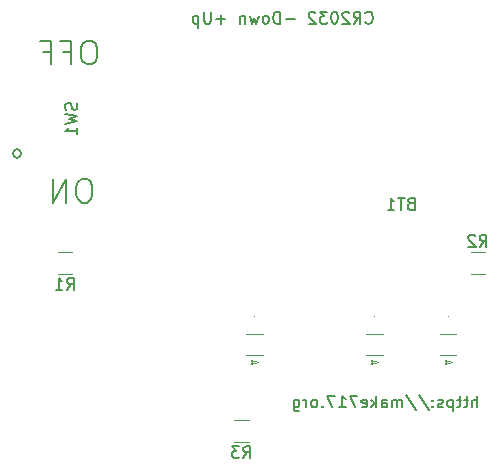
<source format=gbr>
G04 #@! TF.GenerationSoftware,KiCad,Pcbnew,(5.1.5)-3*
G04 #@! TF.CreationDate,2020-02-02T01:24:49-05:00*
G04 #@! TF.ProjectId,Make717-PCBWay,4d616b65-3731-4372-9d50-43425761792e,rev?*
G04 #@! TF.SameCoordinates,Original*
G04 #@! TF.FileFunction,Legend,Bot*
G04 #@! TF.FilePolarity,Positive*
%FSLAX46Y46*%
G04 Gerber Fmt 4.6, Leading zero omitted, Abs format (unit mm)*
G04 Created by KiCad (PCBNEW (5.1.5)-3) date 2020-02-02 01:24:49*
%MOMM*%
%LPD*%
G04 APERTURE LIST*
%ADD10C,0.150000*%
%ADD11C,0.120000*%
%ADD12C,0.100000*%
G04 APERTURE END LIST*
D10*
X148450000Y-79457142D02*
X148497619Y-79504761D01*
X148640476Y-79552380D01*
X148735714Y-79552380D01*
X148878571Y-79504761D01*
X148973809Y-79409523D01*
X149021428Y-79314285D01*
X149069047Y-79123809D01*
X149069047Y-78980952D01*
X149021428Y-78790476D01*
X148973809Y-78695238D01*
X148878571Y-78600000D01*
X148735714Y-78552380D01*
X148640476Y-78552380D01*
X148497619Y-78600000D01*
X148450000Y-78647619D01*
X147450000Y-79552380D02*
X147783333Y-79076190D01*
X148021428Y-79552380D02*
X148021428Y-78552380D01*
X147640476Y-78552380D01*
X147545238Y-78600000D01*
X147497619Y-78647619D01*
X147450000Y-78742857D01*
X147450000Y-78885714D01*
X147497619Y-78980952D01*
X147545238Y-79028571D01*
X147640476Y-79076190D01*
X148021428Y-79076190D01*
X147069047Y-78647619D02*
X147021428Y-78600000D01*
X146926190Y-78552380D01*
X146688095Y-78552380D01*
X146592857Y-78600000D01*
X146545238Y-78647619D01*
X146497619Y-78742857D01*
X146497619Y-78838095D01*
X146545238Y-78980952D01*
X147116666Y-79552380D01*
X146497619Y-79552380D01*
X145878571Y-78552380D02*
X145783333Y-78552380D01*
X145688095Y-78600000D01*
X145640476Y-78647619D01*
X145592857Y-78742857D01*
X145545238Y-78933333D01*
X145545238Y-79171428D01*
X145592857Y-79361904D01*
X145640476Y-79457142D01*
X145688095Y-79504761D01*
X145783333Y-79552380D01*
X145878571Y-79552380D01*
X145973809Y-79504761D01*
X146021428Y-79457142D01*
X146069047Y-79361904D01*
X146116666Y-79171428D01*
X146116666Y-78933333D01*
X146069047Y-78742857D01*
X146021428Y-78647619D01*
X145973809Y-78600000D01*
X145878571Y-78552380D01*
X145211904Y-78552380D02*
X144592857Y-78552380D01*
X144926190Y-78933333D01*
X144783333Y-78933333D01*
X144688095Y-78980952D01*
X144640476Y-79028571D01*
X144592857Y-79123809D01*
X144592857Y-79361904D01*
X144640476Y-79457142D01*
X144688095Y-79504761D01*
X144783333Y-79552380D01*
X145069047Y-79552380D01*
X145164285Y-79504761D01*
X145211904Y-79457142D01*
X144211904Y-78647619D02*
X144164285Y-78600000D01*
X144069047Y-78552380D01*
X143830952Y-78552380D01*
X143735714Y-78600000D01*
X143688095Y-78647619D01*
X143640476Y-78742857D01*
X143640476Y-78838095D01*
X143688095Y-78980952D01*
X144259523Y-79552380D01*
X143640476Y-79552380D01*
X142450000Y-79171428D02*
X141688095Y-79171428D01*
X141211904Y-79552380D02*
X141211904Y-78552380D01*
X140973809Y-78552380D01*
X140830952Y-78600000D01*
X140735714Y-78695238D01*
X140688095Y-78790476D01*
X140640476Y-78980952D01*
X140640476Y-79123809D01*
X140688095Y-79314285D01*
X140735714Y-79409523D01*
X140830952Y-79504761D01*
X140973809Y-79552380D01*
X141211904Y-79552380D01*
X140069047Y-79552380D02*
X140164285Y-79504761D01*
X140211904Y-79457142D01*
X140259523Y-79361904D01*
X140259523Y-79076190D01*
X140211904Y-78980952D01*
X140164285Y-78933333D01*
X140069047Y-78885714D01*
X139926190Y-78885714D01*
X139830952Y-78933333D01*
X139783333Y-78980952D01*
X139735714Y-79076190D01*
X139735714Y-79361904D01*
X139783333Y-79457142D01*
X139830952Y-79504761D01*
X139926190Y-79552380D01*
X140069047Y-79552380D01*
X139402380Y-78885714D02*
X139211904Y-79552380D01*
X139021428Y-79076190D01*
X138830952Y-79552380D01*
X138640476Y-78885714D01*
X138259523Y-78885714D02*
X138259523Y-79552380D01*
X138259523Y-78980952D02*
X138211904Y-78933333D01*
X138116666Y-78885714D01*
X137973809Y-78885714D01*
X137878571Y-78933333D01*
X137830952Y-79028571D01*
X137830952Y-79552380D01*
X136592857Y-79171428D02*
X135830952Y-79171428D01*
X136211904Y-79552380D02*
X136211904Y-78790476D01*
X135354761Y-78552380D02*
X135354761Y-79361904D01*
X135307142Y-79457142D01*
X135259523Y-79504761D01*
X135164285Y-79552380D01*
X134973809Y-79552380D01*
X134878571Y-79504761D01*
X134830952Y-79457142D01*
X134783333Y-79361904D01*
X134783333Y-78552380D01*
X134307142Y-78885714D02*
X134307142Y-79885714D01*
X134307142Y-78933333D02*
X134211904Y-78885714D01*
X134021428Y-78885714D01*
X133926190Y-78933333D01*
X133878571Y-78980952D01*
X133830952Y-79076190D01*
X133830952Y-79361904D01*
X133878571Y-79457142D01*
X133926190Y-79504761D01*
X134021428Y-79552380D01*
X134211904Y-79552380D01*
X134307142Y-79504761D01*
X125254761Y-81004761D02*
X124873809Y-81004761D01*
X124683333Y-81100000D01*
X124492857Y-81290476D01*
X124397619Y-81671428D01*
X124397619Y-82338095D01*
X124492857Y-82719047D01*
X124683333Y-82909523D01*
X124873809Y-83004761D01*
X125254761Y-83004761D01*
X125445238Y-82909523D01*
X125635714Y-82719047D01*
X125730952Y-82338095D01*
X125730952Y-81671428D01*
X125635714Y-81290476D01*
X125445238Y-81100000D01*
X125254761Y-81004761D01*
X122873809Y-81957142D02*
X123540476Y-81957142D01*
X123540476Y-83004761D02*
X123540476Y-81004761D01*
X122588095Y-81004761D01*
X121159523Y-81957142D02*
X121826190Y-81957142D01*
X121826190Y-83004761D02*
X121826190Y-81004761D01*
X120873809Y-81004761D01*
X124838095Y-92704761D02*
X124457142Y-92704761D01*
X124266666Y-92800000D01*
X124076190Y-92990476D01*
X123980952Y-93371428D01*
X123980952Y-94038095D01*
X124076190Y-94419047D01*
X124266666Y-94609523D01*
X124457142Y-94704761D01*
X124838095Y-94704761D01*
X125028571Y-94609523D01*
X125219047Y-94419047D01*
X125314285Y-94038095D01*
X125314285Y-93371428D01*
X125219047Y-92990476D01*
X125028571Y-92800000D01*
X124838095Y-92704761D01*
X123123809Y-94704761D02*
X123123809Y-92704761D01*
X121980952Y-94704761D01*
X121980952Y-92704761D01*
X157911904Y-112052380D02*
X157911904Y-111052380D01*
X157483333Y-112052380D02*
X157483333Y-111528571D01*
X157530952Y-111433333D01*
X157626190Y-111385714D01*
X157769047Y-111385714D01*
X157864285Y-111433333D01*
X157911904Y-111480952D01*
X157150000Y-111385714D02*
X156769047Y-111385714D01*
X157007142Y-111052380D02*
X157007142Y-111909523D01*
X156959523Y-112004761D01*
X156864285Y-112052380D01*
X156769047Y-112052380D01*
X156578571Y-111385714D02*
X156197619Y-111385714D01*
X156435714Y-111052380D02*
X156435714Y-111909523D01*
X156388095Y-112004761D01*
X156292857Y-112052380D01*
X156197619Y-112052380D01*
X155864285Y-111385714D02*
X155864285Y-112385714D01*
X155864285Y-111433333D02*
X155769047Y-111385714D01*
X155578571Y-111385714D01*
X155483333Y-111433333D01*
X155435714Y-111480952D01*
X155388095Y-111576190D01*
X155388095Y-111861904D01*
X155435714Y-111957142D01*
X155483333Y-112004761D01*
X155578571Y-112052380D01*
X155769047Y-112052380D01*
X155864285Y-112004761D01*
X155007142Y-112004761D02*
X154911904Y-112052380D01*
X154721428Y-112052380D01*
X154626190Y-112004761D01*
X154578571Y-111909523D01*
X154578571Y-111861904D01*
X154626190Y-111766666D01*
X154721428Y-111719047D01*
X154864285Y-111719047D01*
X154959523Y-111671428D01*
X155007142Y-111576190D01*
X155007142Y-111528571D01*
X154959523Y-111433333D01*
X154864285Y-111385714D01*
X154721428Y-111385714D01*
X154626190Y-111433333D01*
X154150000Y-111957142D02*
X154102380Y-112004761D01*
X154150000Y-112052380D01*
X154197619Y-112004761D01*
X154150000Y-111957142D01*
X154150000Y-112052380D01*
X154150000Y-111433333D02*
X154102380Y-111480952D01*
X154150000Y-111528571D01*
X154197619Y-111480952D01*
X154150000Y-111433333D01*
X154150000Y-111528571D01*
X152959523Y-111004761D02*
X153816666Y-112290476D01*
X151911904Y-111004761D02*
X152769047Y-112290476D01*
X151578571Y-112052380D02*
X151578571Y-111385714D01*
X151578571Y-111480952D02*
X151530952Y-111433333D01*
X151435714Y-111385714D01*
X151292857Y-111385714D01*
X151197619Y-111433333D01*
X151150000Y-111528571D01*
X151150000Y-112052380D01*
X151150000Y-111528571D02*
X151102380Y-111433333D01*
X151007142Y-111385714D01*
X150864285Y-111385714D01*
X150769047Y-111433333D01*
X150721428Y-111528571D01*
X150721428Y-112052380D01*
X149816666Y-112052380D02*
X149816666Y-111528571D01*
X149864285Y-111433333D01*
X149959523Y-111385714D01*
X150150000Y-111385714D01*
X150245238Y-111433333D01*
X149816666Y-112004761D02*
X149911904Y-112052380D01*
X150150000Y-112052380D01*
X150245238Y-112004761D01*
X150292857Y-111909523D01*
X150292857Y-111814285D01*
X150245238Y-111719047D01*
X150150000Y-111671428D01*
X149911904Y-111671428D01*
X149816666Y-111623809D01*
X149340476Y-112052380D02*
X149340476Y-111052380D01*
X149245238Y-111671428D02*
X148959523Y-112052380D01*
X148959523Y-111385714D02*
X149340476Y-111766666D01*
X148150000Y-112004761D02*
X148245238Y-112052380D01*
X148435714Y-112052380D01*
X148530952Y-112004761D01*
X148578571Y-111909523D01*
X148578571Y-111528571D01*
X148530952Y-111433333D01*
X148435714Y-111385714D01*
X148245238Y-111385714D01*
X148150000Y-111433333D01*
X148102380Y-111528571D01*
X148102380Y-111623809D01*
X148578571Y-111719047D01*
X147769047Y-111052380D02*
X147102380Y-111052380D01*
X147530952Y-112052380D01*
X146197619Y-112052380D02*
X146769047Y-112052380D01*
X146483333Y-112052380D02*
X146483333Y-111052380D01*
X146578571Y-111195238D01*
X146673809Y-111290476D01*
X146769047Y-111338095D01*
X145864285Y-111052380D02*
X145197619Y-111052380D01*
X145626190Y-112052380D01*
X144816666Y-111957142D02*
X144769047Y-112004761D01*
X144816666Y-112052380D01*
X144864285Y-112004761D01*
X144816666Y-111957142D01*
X144816666Y-112052380D01*
X144197619Y-112052380D02*
X144292857Y-112004761D01*
X144340476Y-111957142D01*
X144388095Y-111861904D01*
X144388095Y-111576190D01*
X144340476Y-111480952D01*
X144292857Y-111433333D01*
X144197619Y-111385714D01*
X144054761Y-111385714D01*
X143959523Y-111433333D01*
X143911904Y-111480952D01*
X143864285Y-111576190D01*
X143864285Y-111861904D01*
X143911904Y-111957142D01*
X143959523Y-112004761D01*
X144054761Y-112052380D01*
X144197619Y-112052380D01*
X143435714Y-112052380D02*
X143435714Y-111385714D01*
X143435714Y-111576190D02*
X143388095Y-111480952D01*
X143340476Y-111433333D01*
X143245238Y-111385714D01*
X143150000Y-111385714D01*
X142388095Y-111385714D02*
X142388095Y-112195238D01*
X142435714Y-112290476D01*
X142483333Y-112338095D01*
X142578571Y-112385714D01*
X142721428Y-112385714D01*
X142816666Y-112338095D01*
X142388095Y-112004761D02*
X142483333Y-112052380D01*
X142673809Y-112052380D01*
X142769047Y-112004761D01*
X142816666Y-111957142D01*
X142864285Y-111861904D01*
X142864285Y-111576190D01*
X142816666Y-111480952D01*
X142769047Y-111433333D01*
X142673809Y-111385714D01*
X142483333Y-111385714D01*
X142388095Y-111433333D01*
D11*
X137347936Y-113140000D02*
X138552064Y-113140000D01*
X137347936Y-114960000D02*
X138552064Y-114960000D01*
X149900000Y-105800000D02*
X148500000Y-105800000D01*
X149900000Y-107600000D02*
X148500000Y-107600000D01*
X149500000Y-108200000D02*
X148900000Y-108000000D01*
X149500000Y-108200000D02*
X148900000Y-108400000D01*
X149000000Y-108200000D02*
X148900000Y-108400000D01*
X148900000Y-108000000D02*
X149000000Y-108200000D01*
X156150000Y-105800000D02*
X154750000Y-105800000D01*
X156150000Y-107600000D02*
X154750000Y-107600000D01*
X155750000Y-108200000D02*
X155150000Y-108000000D01*
X155750000Y-108200000D02*
X155150000Y-108400000D01*
X155250000Y-108200000D02*
X155150000Y-108400000D01*
X155150000Y-108000000D02*
X155250000Y-108200000D01*
X139750000Y-105800000D02*
X138350000Y-105800000D01*
X139750000Y-107600000D02*
X138350000Y-107600000D01*
X139350000Y-108200000D02*
X138750000Y-108000000D01*
X139350000Y-108200000D02*
X138750000Y-108400000D01*
X138850000Y-108200000D02*
X138750000Y-108400000D01*
X138750000Y-108000000D02*
X138850000Y-108200000D01*
X158552064Y-100710000D02*
X157347936Y-100710000D01*
X158552064Y-98890000D02*
X157347936Y-98890000D01*
X122410436Y-98890000D02*
X123614564Y-98890000D01*
X122410436Y-100710000D02*
X123614564Y-100710000D01*
D10*
X119309210Y-90550000D02*
G75*
G03X119309210Y-90550000I-359210J0D01*
G01*
X138116666Y-116322380D02*
X138450000Y-115846190D01*
X138688095Y-116322380D02*
X138688095Y-115322380D01*
X138307142Y-115322380D01*
X138211904Y-115370000D01*
X138164285Y-115417619D01*
X138116666Y-115512857D01*
X138116666Y-115655714D01*
X138164285Y-115750952D01*
X138211904Y-115798571D01*
X138307142Y-115846190D01*
X138688095Y-115846190D01*
X137783333Y-115322380D02*
X137164285Y-115322380D01*
X137497619Y-115703333D01*
X137354761Y-115703333D01*
X137259523Y-115750952D01*
X137211904Y-115798571D01*
X137164285Y-115893809D01*
X137164285Y-116131904D01*
X137211904Y-116227142D01*
X137259523Y-116274761D01*
X137354761Y-116322380D01*
X137640476Y-116322380D01*
X137735714Y-116274761D01*
X137783333Y-116227142D01*
D12*
X149200000Y-104319238D02*
X149200000Y-104319238D01*
X149200000Y-104319238D01*
X149200000Y-104319238D01*
X149200000Y-104319238D01*
X149200000Y-104319238D01*
X149200000Y-104319238D01*
X149200000Y-104319238D01*
X149200000Y-104319238D01*
X149200000Y-104319238D01*
X149200000Y-104319238D01*
X149200000Y-104319238D01*
X149200000Y-104319238D01*
X149200000Y-104319238D02*
X149200000Y-104319238D01*
X149200000Y-104319238D01*
X149200000Y-104319238D01*
X149200000Y-104319238D01*
X149200000Y-104319238D01*
X149200000Y-104319238D01*
X149200000Y-104319238D01*
X149200000Y-104319238D01*
X149200000Y-104319238D01*
X149200000Y-104319238D01*
X149200000Y-104319238D01*
X149200000Y-104319238D01*
X149200000Y-104319238D01*
D10*
D12*
X155450000Y-104319238D02*
X155450000Y-104319238D01*
X155450000Y-104319238D01*
X155450000Y-104319238D01*
X155450000Y-104319238D01*
X155450000Y-104319238D01*
X155450000Y-104319238D01*
X155450000Y-104319238D01*
X155450000Y-104319238D01*
X155450000Y-104319238D01*
X155450000Y-104319238D01*
X155450000Y-104319238D01*
X155450000Y-104319238D01*
X155450000Y-104319238D02*
X155450000Y-104319238D01*
X155450000Y-104319238D01*
X155450000Y-104319238D01*
X155450000Y-104319238D01*
X155450000Y-104319238D01*
X155450000Y-104319238D01*
X155450000Y-104319238D01*
X155450000Y-104319238D01*
X155450000Y-104319238D01*
X155450000Y-104319238D01*
D10*
D12*
X139050000Y-104319238D02*
X139050000Y-104319238D01*
X139050000Y-104319238D01*
X139050000Y-104319238D01*
X139050000Y-104319238D01*
X139050000Y-104319238D01*
X139050000Y-104319238D01*
X139050000Y-104319238D01*
X139050000Y-104319238D01*
X139050000Y-104319238D01*
X139050000Y-104319238D01*
X139050000Y-104319238D01*
X139050000Y-104319238D01*
X139050000Y-104319238D02*
X139050000Y-104319238D01*
X139050000Y-104319238D02*
X139050000Y-104319238D01*
X139050000Y-104319238D01*
X139050000Y-104319238D01*
X139050000Y-104319238D01*
D10*
X152285714Y-94778571D02*
X152142857Y-94826190D01*
X152095238Y-94873809D01*
X152047619Y-94969047D01*
X152047619Y-95111904D01*
X152095238Y-95207142D01*
X152142857Y-95254761D01*
X152238095Y-95302380D01*
X152619047Y-95302380D01*
X152619047Y-94302380D01*
X152285714Y-94302380D01*
X152190476Y-94350000D01*
X152142857Y-94397619D01*
X152095238Y-94492857D01*
X152095238Y-94588095D01*
X152142857Y-94683333D01*
X152190476Y-94730952D01*
X152285714Y-94778571D01*
X152619047Y-94778571D01*
X151761904Y-94302380D02*
X151190476Y-94302380D01*
X151476190Y-95302380D02*
X151476190Y-94302380D01*
X150333333Y-95302380D02*
X150904761Y-95302380D01*
X150619047Y-95302380D02*
X150619047Y-94302380D01*
X150714285Y-94445238D01*
X150809523Y-94540476D01*
X150904761Y-94588095D01*
X158116666Y-98432380D02*
X158450000Y-97956190D01*
X158688095Y-98432380D02*
X158688095Y-97432380D01*
X158307142Y-97432380D01*
X158211904Y-97480000D01*
X158164285Y-97527619D01*
X158116666Y-97622857D01*
X158116666Y-97765714D01*
X158164285Y-97860952D01*
X158211904Y-97908571D01*
X158307142Y-97956190D01*
X158688095Y-97956190D01*
X157735714Y-97527619D02*
X157688095Y-97480000D01*
X157592857Y-97432380D01*
X157354761Y-97432380D01*
X157259523Y-97480000D01*
X157211904Y-97527619D01*
X157164285Y-97622857D01*
X157164285Y-97718095D01*
X157211904Y-97860952D01*
X157783333Y-98432380D01*
X157164285Y-98432380D01*
X123179166Y-102072380D02*
X123512500Y-101596190D01*
X123750595Y-102072380D02*
X123750595Y-101072380D01*
X123369642Y-101072380D01*
X123274404Y-101120000D01*
X123226785Y-101167619D01*
X123179166Y-101262857D01*
X123179166Y-101405714D01*
X123226785Y-101500952D01*
X123274404Y-101548571D01*
X123369642Y-101596190D01*
X123750595Y-101596190D01*
X122226785Y-102072380D02*
X122798214Y-102072380D01*
X122512500Y-102072380D02*
X122512500Y-101072380D01*
X122607738Y-101215238D01*
X122702976Y-101310476D01*
X122798214Y-101358095D01*
X124004761Y-86266666D02*
X124052380Y-86409523D01*
X124052380Y-86647619D01*
X124004761Y-86742857D01*
X123957142Y-86790476D01*
X123861904Y-86838095D01*
X123766666Y-86838095D01*
X123671428Y-86790476D01*
X123623809Y-86742857D01*
X123576190Y-86647619D01*
X123528571Y-86457142D01*
X123480952Y-86361904D01*
X123433333Y-86314285D01*
X123338095Y-86266666D01*
X123242857Y-86266666D01*
X123147619Y-86314285D01*
X123100000Y-86361904D01*
X123052380Y-86457142D01*
X123052380Y-86695238D01*
X123100000Y-86838095D01*
X123052380Y-87171428D02*
X124052380Y-87409523D01*
X123338095Y-87600000D01*
X124052380Y-87790476D01*
X123052380Y-88028571D01*
X124052380Y-88933333D02*
X124052380Y-88361904D01*
X124052380Y-88647619D02*
X123052380Y-88647619D01*
X123195238Y-88552380D01*
X123290476Y-88457142D01*
X123338095Y-88361904D01*
M02*

</source>
